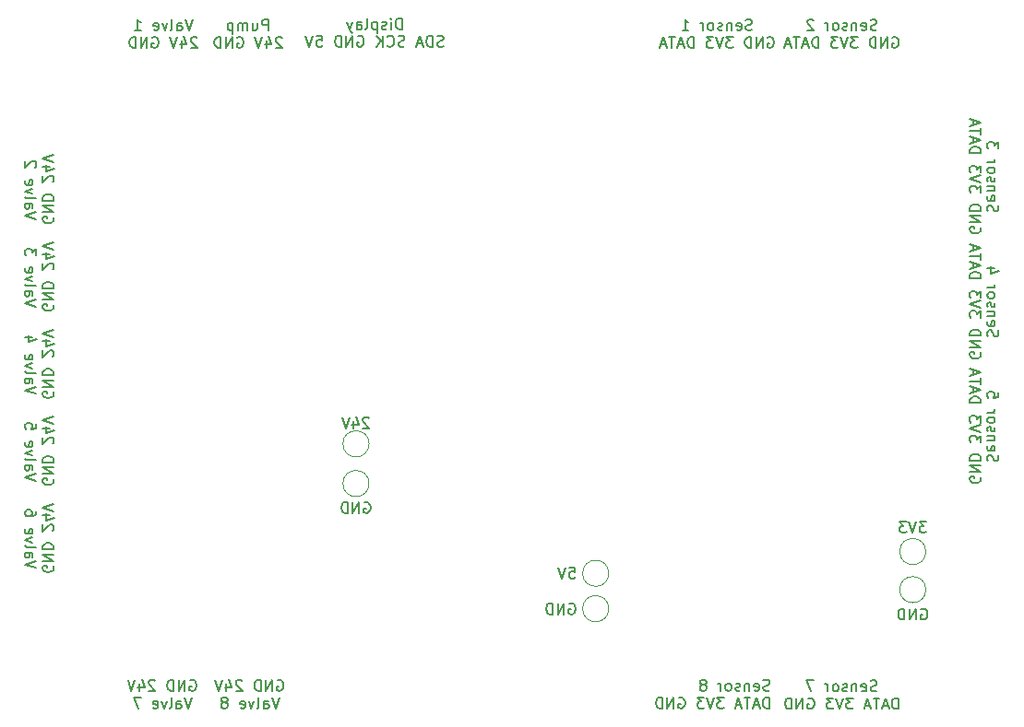
<source format=gbo>
G04 #@! TF.GenerationSoftware,KiCad,Pcbnew,(6.0.2)*
G04 #@! TF.CreationDate,2023-08-04T12:43:31+02:00*
G04 #@! TF.ProjectId,PCB_Layout_MOSFET,5043425f-4c61-4796-9f75-745f4d4f5346,rev?*
G04 #@! TF.SameCoordinates,Original*
G04 #@! TF.FileFunction,Legend,Bot*
G04 #@! TF.FilePolarity,Positive*
%FSLAX46Y46*%
G04 Gerber Fmt 4.6, Leading zero omitted, Abs format (unit mm)*
G04 Created by KiCad (PCBNEW (6.0.2)) date 2023-08-04 12:43:31*
%MOMM*%
%LPD*%
G01*
G04 APERTURE LIST*
%ADD10C,0.150000*%
%ADD11C,0.120000*%
%ADD12R,2.400000X2.400000*%
%ADD13C,2.400000*%
%ADD14C,4.300000*%
%ADD15R,1.560000X1.560000*%
%ADD16C,1.560000*%
%ADD17C,1.700000*%
%ADD18C,1.800000*%
%ADD19C,2.000000*%
G04 APERTURE END LIST*
D10*
X147000238Y-81740476D02*
X146952619Y-81597619D01*
X146952619Y-81359523D01*
X147000238Y-81264285D01*
X147047857Y-81216666D01*
X147143095Y-81169047D01*
X147238333Y-81169047D01*
X147333571Y-81216666D01*
X147381190Y-81264285D01*
X147428809Y-81359523D01*
X147476428Y-81550000D01*
X147524047Y-81645238D01*
X147571666Y-81692857D01*
X147666904Y-81740476D01*
X147762142Y-81740476D01*
X147857380Y-81692857D01*
X147905000Y-81645238D01*
X147952619Y-81550000D01*
X147952619Y-81311904D01*
X147905000Y-81169047D01*
X147000238Y-80359523D02*
X146952619Y-80454761D01*
X146952619Y-80645238D01*
X147000238Y-80740476D01*
X147095476Y-80788095D01*
X147476428Y-80788095D01*
X147571666Y-80740476D01*
X147619285Y-80645238D01*
X147619285Y-80454761D01*
X147571666Y-80359523D01*
X147476428Y-80311904D01*
X147381190Y-80311904D01*
X147285952Y-80788095D01*
X147619285Y-79883333D02*
X146952619Y-79883333D01*
X147524047Y-79883333D02*
X147571666Y-79835714D01*
X147619285Y-79740476D01*
X147619285Y-79597619D01*
X147571666Y-79502380D01*
X147476428Y-79454761D01*
X146952619Y-79454761D01*
X147000238Y-79026190D02*
X146952619Y-78930952D01*
X146952619Y-78740476D01*
X147000238Y-78645238D01*
X147095476Y-78597619D01*
X147143095Y-78597619D01*
X147238333Y-78645238D01*
X147285952Y-78740476D01*
X147285952Y-78883333D01*
X147333571Y-78978571D01*
X147428809Y-79026190D01*
X147476428Y-79026190D01*
X147571666Y-78978571D01*
X147619285Y-78883333D01*
X147619285Y-78740476D01*
X147571666Y-78645238D01*
X146952619Y-78026190D02*
X147000238Y-78121428D01*
X147047857Y-78169047D01*
X147143095Y-78216666D01*
X147428809Y-78216666D01*
X147524047Y-78169047D01*
X147571666Y-78121428D01*
X147619285Y-78026190D01*
X147619285Y-77883333D01*
X147571666Y-77788095D01*
X147524047Y-77740476D01*
X147428809Y-77692857D01*
X147143095Y-77692857D01*
X147047857Y-77740476D01*
X147000238Y-77788095D01*
X146952619Y-77883333D01*
X146952619Y-78026190D01*
X146952619Y-77264285D02*
X147619285Y-77264285D01*
X147428809Y-77264285D02*
X147524047Y-77216666D01*
X147571666Y-77169047D01*
X147619285Y-77073809D01*
X147619285Y-76978571D01*
X147952619Y-75978571D02*
X147952619Y-75359523D01*
X147571666Y-75692857D01*
X147571666Y-75550000D01*
X147524047Y-75454761D01*
X147476428Y-75407142D01*
X147381190Y-75359523D01*
X147143095Y-75359523D01*
X147047857Y-75407142D01*
X147000238Y-75454761D01*
X146952619Y-75550000D01*
X146952619Y-75835714D01*
X147000238Y-75930952D01*
X147047857Y-75978571D01*
X146295000Y-83192857D02*
X146342619Y-83288095D01*
X146342619Y-83430952D01*
X146295000Y-83573809D01*
X146199761Y-83669047D01*
X146104523Y-83716666D01*
X145914047Y-83764285D01*
X145771190Y-83764285D01*
X145580714Y-83716666D01*
X145485476Y-83669047D01*
X145390238Y-83573809D01*
X145342619Y-83430952D01*
X145342619Y-83335714D01*
X145390238Y-83192857D01*
X145437857Y-83145238D01*
X145771190Y-83145238D01*
X145771190Y-83335714D01*
X145342619Y-82716666D02*
X146342619Y-82716666D01*
X145342619Y-82145238D01*
X146342619Y-82145238D01*
X145342619Y-81669047D02*
X146342619Y-81669047D01*
X146342619Y-81430952D01*
X146295000Y-81288095D01*
X146199761Y-81192857D01*
X146104523Y-81145238D01*
X145914047Y-81097619D01*
X145771190Y-81097619D01*
X145580714Y-81145238D01*
X145485476Y-81192857D01*
X145390238Y-81288095D01*
X145342619Y-81430952D01*
X145342619Y-81669047D01*
X146342619Y-80002380D02*
X146342619Y-79383333D01*
X145961666Y-79716666D01*
X145961666Y-79573809D01*
X145914047Y-79478571D01*
X145866428Y-79430952D01*
X145771190Y-79383333D01*
X145533095Y-79383333D01*
X145437857Y-79430952D01*
X145390238Y-79478571D01*
X145342619Y-79573809D01*
X145342619Y-79859523D01*
X145390238Y-79954761D01*
X145437857Y-80002380D01*
X146342619Y-79097619D02*
X145342619Y-78764285D01*
X146342619Y-78430952D01*
X146342619Y-78192857D02*
X146342619Y-77573809D01*
X145961666Y-77907142D01*
X145961666Y-77764285D01*
X145914047Y-77669047D01*
X145866428Y-77621428D01*
X145771190Y-77573809D01*
X145533095Y-77573809D01*
X145437857Y-77621428D01*
X145390238Y-77669047D01*
X145342619Y-77764285D01*
X145342619Y-78050000D01*
X145390238Y-78145238D01*
X145437857Y-78192857D01*
X145342619Y-76383333D02*
X146342619Y-76383333D01*
X146342619Y-76145238D01*
X146295000Y-76002380D01*
X146199761Y-75907142D01*
X146104523Y-75859523D01*
X145914047Y-75811904D01*
X145771190Y-75811904D01*
X145580714Y-75859523D01*
X145485476Y-75907142D01*
X145390238Y-76002380D01*
X145342619Y-76145238D01*
X145342619Y-76383333D01*
X145628333Y-75430952D02*
X145628333Y-74954761D01*
X145342619Y-75526190D02*
X146342619Y-75192857D01*
X145342619Y-74859523D01*
X146342619Y-74669047D02*
X146342619Y-74097619D01*
X145342619Y-74383333D02*
X146342619Y-74383333D01*
X145628333Y-73811904D02*
X145628333Y-73335714D01*
X145342619Y-73907142D02*
X146342619Y-73573809D01*
X145342619Y-73240476D01*
X73773809Y-124845000D02*
X73869047Y-124797380D01*
X74011904Y-124797380D01*
X74154761Y-124845000D01*
X74250000Y-124940238D01*
X74297619Y-125035476D01*
X74345238Y-125225952D01*
X74345238Y-125368809D01*
X74297619Y-125559285D01*
X74250000Y-125654523D01*
X74154761Y-125749761D01*
X74011904Y-125797380D01*
X73916666Y-125797380D01*
X73773809Y-125749761D01*
X73726190Y-125702142D01*
X73726190Y-125368809D01*
X73916666Y-125368809D01*
X73297619Y-125797380D02*
X73297619Y-124797380D01*
X72726190Y-125797380D01*
X72726190Y-124797380D01*
X72250000Y-125797380D02*
X72250000Y-124797380D01*
X72011904Y-124797380D01*
X71869047Y-124845000D01*
X71773809Y-124940238D01*
X71726190Y-125035476D01*
X71678571Y-125225952D01*
X71678571Y-125368809D01*
X71726190Y-125559285D01*
X71773809Y-125654523D01*
X71869047Y-125749761D01*
X72011904Y-125797380D01*
X72250000Y-125797380D01*
X70535714Y-124892619D02*
X70488095Y-124845000D01*
X70392857Y-124797380D01*
X70154761Y-124797380D01*
X70059523Y-124845000D01*
X70011904Y-124892619D01*
X69964285Y-124987857D01*
X69964285Y-125083095D01*
X70011904Y-125225952D01*
X70583333Y-125797380D01*
X69964285Y-125797380D01*
X69107142Y-125130714D02*
X69107142Y-125797380D01*
X69345238Y-124749761D02*
X69583333Y-125464047D01*
X68964285Y-125464047D01*
X68726190Y-124797380D02*
X68392857Y-125797380D01*
X68059523Y-124797380D01*
X73964285Y-126407380D02*
X73630952Y-127407380D01*
X73297619Y-126407380D01*
X72535714Y-127407380D02*
X72535714Y-126883571D01*
X72583333Y-126788333D01*
X72678571Y-126740714D01*
X72869047Y-126740714D01*
X72964285Y-126788333D01*
X72535714Y-127359761D02*
X72630952Y-127407380D01*
X72869047Y-127407380D01*
X72964285Y-127359761D01*
X73011904Y-127264523D01*
X73011904Y-127169285D01*
X72964285Y-127074047D01*
X72869047Y-127026428D01*
X72630952Y-127026428D01*
X72535714Y-126978809D01*
X71916666Y-127407380D02*
X72011904Y-127359761D01*
X72059523Y-127264523D01*
X72059523Y-126407380D01*
X71630952Y-126740714D02*
X71392857Y-127407380D01*
X71154761Y-126740714D01*
X70392857Y-127359761D02*
X70488095Y-127407380D01*
X70678571Y-127407380D01*
X70773809Y-127359761D01*
X70821428Y-127264523D01*
X70821428Y-126883571D01*
X70773809Y-126788333D01*
X70678571Y-126740714D01*
X70488095Y-126740714D01*
X70392857Y-126788333D01*
X70345238Y-126883571D01*
X70345238Y-126978809D01*
X70821428Y-127074047D01*
X69250000Y-126407380D02*
X68583333Y-126407380D01*
X69011904Y-127407380D01*
X90190476Y-100747619D02*
X90142857Y-100700000D01*
X90047619Y-100652380D01*
X89809523Y-100652380D01*
X89714285Y-100700000D01*
X89666666Y-100747619D01*
X89619047Y-100842857D01*
X89619047Y-100938095D01*
X89666666Y-101080952D01*
X90238095Y-101652380D01*
X89619047Y-101652380D01*
X88761904Y-100985714D02*
X88761904Y-101652380D01*
X89000000Y-100604761D02*
X89238095Y-101319047D01*
X88619047Y-101319047D01*
X88380952Y-100652380D02*
X88047619Y-101652380D01*
X87714285Y-100652380D01*
X89761904Y-108500000D02*
X89857142Y-108452380D01*
X90000000Y-108452380D01*
X90142857Y-108500000D01*
X90238095Y-108595238D01*
X90285714Y-108690476D01*
X90333333Y-108880952D01*
X90333333Y-109023809D01*
X90285714Y-109214285D01*
X90238095Y-109309523D01*
X90142857Y-109404761D01*
X90000000Y-109452380D01*
X89904761Y-109452380D01*
X89761904Y-109404761D01*
X89714285Y-109357142D01*
X89714285Y-109023809D01*
X89904761Y-109023809D01*
X89285714Y-109452380D02*
X89285714Y-108452380D01*
X88714285Y-109452380D01*
X88714285Y-108452380D01*
X88238095Y-109452380D02*
X88238095Y-108452380D01*
X88000000Y-108452380D01*
X87857142Y-108500000D01*
X87761904Y-108595238D01*
X87714285Y-108690476D01*
X87666666Y-108880952D01*
X87666666Y-109023809D01*
X87714285Y-109214285D01*
X87761904Y-109309523D01*
X87857142Y-109404761D01*
X88000000Y-109452380D01*
X88238095Y-109452380D01*
X61205000Y-90323809D02*
X61252619Y-90419047D01*
X61252619Y-90561904D01*
X61205000Y-90704761D01*
X61109761Y-90800000D01*
X61014523Y-90847619D01*
X60824047Y-90895238D01*
X60681190Y-90895238D01*
X60490714Y-90847619D01*
X60395476Y-90800000D01*
X60300238Y-90704761D01*
X60252619Y-90561904D01*
X60252619Y-90466666D01*
X60300238Y-90323809D01*
X60347857Y-90276190D01*
X60681190Y-90276190D01*
X60681190Y-90466666D01*
X60252619Y-89847619D02*
X61252619Y-89847619D01*
X60252619Y-89276190D01*
X61252619Y-89276190D01*
X60252619Y-88800000D02*
X61252619Y-88800000D01*
X61252619Y-88561904D01*
X61205000Y-88419047D01*
X61109761Y-88323809D01*
X61014523Y-88276190D01*
X60824047Y-88228571D01*
X60681190Y-88228571D01*
X60490714Y-88276190D01*
X60395476Y-88323809D01*
X60300238Y-88419047D01*
X60252619Y-88561904D01*
X60252619Y-88800000D01*
X61157380Y-87085714D02*
X61205000Y-87038095D01*
X61252619Y-86942857D01*
X61252619Y-86704761D01*
X61205000Y-86609523D01*
X61157380Y-86561904D01*
X61062142Y-86514285D01*
X60966904Y-86514285D01*
X60824047Y-86561904D01*
X60252619Y-87133333D01*
X60252619Y-86514285D01*
X60919285Y-85657142D02*
X60252619Y-85657142D01*
X61300238Y-85895238D02*
X60585952Y-86133333D01*
X60585952Y-85514285D01*
X61252619Y-85276190D02*
X60252619Y-84942857D01*
X61252619Y-84609523D01*
X59642619Y-90514285D02*
X58642619Y-90180952D01*
X59642619Y-89847619D01*
X58642619Y-89085714D02*
X59166428Y-89085714D01*
X59261666Y-89133333D01*
X59309285Y-89228571D01*
X59309285Y-89419047D01*
X59261666Y-89514285D01*
X58690238Y-89085714D02*
X58642619Y-89180952D01*
X58642619Y-89419047D01*
X58690238Y-89514285D01*
X58785476Y-89561904D01*
X58880714Y-89561904D01*
X58975952Y-89514285D01*
X59023571Y-89419047D01*
X59023571Y-89180952D01*
X59071190Y-89085714D01*
X58642619Y-88466666D02*
X58690238Y-88561904D01*
X58785476Y-88609523D01*
X59642619Y-88609523D01*
X59309285Y-88180952D02*
X58642619Y-87942857D01*
X59309285Y-87704761D01*
X58690238Y-86942857D02*
X58642619Y-87038095D01*
X58642619Y-87228571D01*
X58690238Y-87323809D01*
X58785476Y-87371428D01*
X59166428Y-87371428D01*
X59261666Y-87323809D01*
X59309285Y-87228571D01*
X59309285Y-87038095D01*
X59261666Y-86942857D01*
X59166428Y-86895238D01*
X59071190Y-86895238D01*
X58975952Y-87371428D01*
X59642619Y-85800000D02*
X59642619Y-85180952D01*
X59261666Y-85514285D01*
X59261666Y-85371428D01*
X59214047Y-85276190D01*
X59166428Y-85228571D01*
X59071190Y-85180952D01*
X58833095Y-85180952D01*
X58737857Y-85228571D01*
X58690238Y-85276190D01*
X58642619Y-85371428D01*
X58642619Y-85657142D01*
X58690238Y-85752380D01*
X58737857Y-85800000D01*
X93202380Y-64997380D02*
X93202380Y-63997380D01*
X92964285Y-63997380D01*
X92821428Y-64045000D01*
X92726190Y-64140238D01*
X92678571Y-64235476D01*
X92630952Y-64425952D01*
X92630952Y-64568809D01*
X92678571Y-64759285D01*
X92726190Y-64854523D01*
X92821428Y-64949761D01*
X92964285Y-64997380D01*
X93202380Y-64997380D01*
X92202380Y-64997380D02*
X92202380Y-64330714D01*
X92202380Y-63997380D02*
X92250000Y-64045000D01*
X92202380Y-64092619D01*
X92154761Y-64045000D01*
X92202380Y-63997380D01*
X92202380Y-64092619D01*
X91773809Y-64949761D02*
X91678571Y-64997380D01*
X91488095Y-64997380D01*
X91392857Y-64949761D01*
X91345238Y-64854523D01*
X91345238Y-64806904D01*
X91392857Y-64711666D01*
X91488095Y-64664047D01*
X91630952Y-64664047D01*
X91726190Y-64616428D01*
X91773809Y-64521190D01*
X91773809Y-64473571D01*
X91726190Y-64378333D01*
X91630952Y-64330714D01*
X91488095Y-64330714D01*
X91392857Y-64378333D01*
X90916666Y-64330714D02*
X90916666Y-65330714D01*
X90916666Y-64378333D02*
X90821428Y-64330714D01*
X90630952Y-64330714D01*
X90535714Y-64378333D01*
X90488095Y-64425952D01*
X90440476Y-64521190D01*
X90440476Y-64806904D01*
X90488095Y-64902142D01*
X90535714Y-64949761D01*
X90630952Y-64997380D01*
X90821428Y-64997380D01*
X90916666Y-64949761D01*
X89869047Y-64997380D02*
X89964285Y-64949761D01*
X90011904Y-64854523D01*
X90011904Y-63997380D01*
X89059523Y-64997380D02*
X89059523Y-64473571D01*
X89107142Y-64378333D01*
X89202380Y-64330714D01*
X89392857Y-64330714D01*
X89488095Y-64378333D01*
X89059523Y-64949761D02*
X89154761Y-64997380D01*
X89392857Y-64997380D01*
X89488095Y-64949761D01*
X89535714Y-64854523D01*
X89535714Y-64759285D01*
X89488095Y-64664047D01*
X89392857Y-64616428D01*
X89154761Y-64616428D01*
X89059523Y-64568809D01*
X88678571Y-64330714D02*
X88440476Y-64997380D01*
X88202380Y-64330714D02*
X88440476Y-64997380D01*
X88535714Y-65235476D01*
X88583333Y-65283095D01*
X88678571Y-65330714D01*
X97011904Y-66559761D02*
X96869047Y-66607380D01*
X96630952Y-66607380D01*
X96535714Y-66559761D01*
X96488095Y-66512142D01*
X96440476Y-66416904D01*
X96440476Y-66321666D01*
X96488095Y-66226428D01*
X96535714Y-66178809D01*
X96630952Y-66131190D01*
X96821428Y-66083571D01*
X96916666Y-66035952D01*
X96964285Y-65988333D01*
X97011904Y-65893095D01*
X97011904Y-65797857D01*
X96964285Y-65702619D01*
X96916666Y-65655000D01*
X96821428Y-65607380D01*
X96583333Y-65607380D01*
X96440476Y-65655000D01*
X96011904Y-66607380D02*
X96011904Y-65607380D01*
X95773809Y-65607380D01*
X95630952Y-65655000D01*
X95535714Y-65750238D01*
X95488095Y-65845476D01*
X95440476Y-66035952D01*
X95440476Y-66178809D01*
X95488095Y-66369285D01*
X95535714Y-66464523D01*
X95630952Y-66559761D01*
X95773809Y-66607380D01*
X96011904Y-66607380D01*
X95059523Y-66321666D02*
X94583333Y-66321666D01*
X95154761Y-66607380D02*
X94821428Y-65607380D01*
X94488095Y-66607380D01*
X93440476Y-66559761D02*
X93297619Y-66607380D01*
X93059523Y-66607380D01*
X92964285Y-66559761D01*
X92916666Y-66512142D01*
X92869047Y-66416904D01*
X92869047Y-66321666D01*
X92916666Y-66226428D01*
X92964285Y-66178809D01*
X93059523Y-66131190D01*
X93250000Y-66083571D01*
X93345238Y-66035952D01*
X93392857Y-65988333D01*
X93440476Y-65893095D01*
X93440476Y-65797857D01*
X93392857Y-65702619D01*
X93345238Y-65655000D01*
X93250000Y-65607380D01*
X93011904Y-65607380D01*
X92869047Y-65655000D01*
X91869047Y-66512142D02*
X91916666Y-66559761D01*
X92059523Y-66607380D01*
X92154761Y-66607380D01*
X92297619Y-66559761D01*
X92392857Y-66464523D01*
X92440476Y-66369285D01*
X92488095Y-66178809D01*
X92488095Y-66035952D01*
X92440476Y-65845476D01*
X92392857Y-65750238D01*
X92297619Y-65655000D01*
X92154761Y-65607380D01*
X92059523Y-65607380D01*
X91916666Y-65655000D01*
X91869047Y-65702619D01*
X91440476Y-66607380D02*
X91440476Y-65607380D01*
X90869047Y-66607380D02*
X91297619Y-66035952D01*
X90869047Y-65607380D02*
X91440476Y-66178809D01*
X89154761Y-65655000D02*
X89250000Y-65607380D01*
X89392857Y-65607380D01*
X89535714Y-65655000D01*
X89630952Y-65750238D01*
X89678571Y-65845476D01*
X89726190Y-66035952D01*
X89726190Y-66178809D01*
X89678571Y-66369285D01*
X89630952Y-66464523D01*
X89535714Y-66559761D01*
X89392857Y-66607380D01*
X89297619Y-66607380D01*
X89154761Y-66559761D01*
X89107142Y-66512142D01*
X89107142Y-66178809D01*
X89297619Y-66178809D01*
X88678571Y-66607380D02*
X88678571Y-65607380D01*
X88107142Y-66607380D01*
X88107142Y-65607380D01*
X87630952Y-66607380D02*
X87630952Y-65607380D01*
X87392857Y-65607380D01*
X87250000Y-65655000D01*
X87154761Y-65750238D01*
X87107142Y-65845476D01*
X87059523Y-66035952D01*
X87059523Y-66178809D01*
X87107142Y-66369285D01*
X87154761Y-66464523D01*
X87250000Y-66559761D01*
X87392857Y-66607380D01*
X87630952Y-66607380D01*
X85392857Y-65607380D02*
X85869047Y-65607380D01*
X85916666Y-66083571D01*
X85869047Y-66035952D01*
X85773809Y-65988333D01*
X85535714Y-65988333D01*
X85440476Y-66035952D01*
X85392857Y-66083571D01*
X85345238Y-66178809D01*
X85345238Y-66416904D01*
X85392857Y-66512142D01*
X85440476Y-66559761D01*
X85535714Y-66607380D01*
X85773809Y-66607380D01*
X85869047Y-66559761D01*
X85916666Y-66512142D01*
X85059523Y-65607380D02*
X84726190Y-66607380D01*
X84392857Y-65607380D01*
X125340476Y-65049761D02*
X125197619Y-65097380D01*
X124959523Y-65097380D01*
X124864285Y-65049761D01*
X124816666Y-65002142D01*
X124769047Y-64906904D01*
X124769047Y-64811666D01*
X124816666Y-64716428D01*
X124864285Y-64668809D01*
X124959523Y-64621190D01*
X125150000Y-64573571D01*
X125245238Y-64525952D01*
X125292857Y-64478333D01*
X125340476Y-64383095D01*
X125340476Y-64287857D01*
X125292857Y-64192619D01*
X125245238Y-64145000D01*
X125150000Y-64097380D01*
X124911904Y-64097380D01*
X124769047Y-64145000D01*
X123959523Y-65049761D02*
X124054761Y-65097380D01*
X124245238Y-65097380D01*
X124340476Y-65049761D01*
X124388095Y-64954523D01*
X124388095Y-64573571D01*
X124340476Y-64478333D01*
X124245238Y-64430714D01*
X124054761Y-64430714D01*
X123959523Y-64478333D01*
X123911904Y-64573571D01*
X123911904Y-64668809D01*
X124388095Y-64764047D01*
X123483333Y-64430714D02*
X123483333Y-65097380D01*
X123483333Y-64525952D02*
X123435714Y-64478333D01*
X123340476Y-64430714D01*
X123197619Y-64430714D01*
X123102380Y-64478333D01*
X123054761Y-64573571D01*
X123054761Y-65097380D01*
X122626190Y-65049761D02*
X122530952Y-65097380D01*
X122340476Y-65097380D01*
X122245238Y-65049761D01*
X122197619Y-64954523D01*
X122197619Y-64906904D01*
X122245238Y-64811666D01*
X122340476Y-64764047D01*
X122483333Y-64764047D01*
X122578571Y-64716428D01*
X122626190Y-64621190D01*
X122626190Y-64573571D01*
X122578571Y-64478333D01*
X122483333Y-64430714D01*
X122340476Y-64430714D01*
X122245238Y-64478333D01*
X121626190Y-65097380D02*
X121721428Y-65049761D01*
X121769047Y-65002142D01*
X121816666Y-64906904D01*
X121816666Y-64621190D01*
X121769047Y-64525952D01*
X121721428Y-64478333D01*
X121626190Y-64430714D01*
X121483333Y-64430714D01*
X121388095Y-64478333D01*
X121340476Y-64525952D01*
X121292857Y-64621190D01*
X121292857Y-64906904D01*
X121340476Y-65002142D01*
X121388095Y-65049761D01*
X121483333Y-65097380D01*
X121626190Y-65097380D01*
X120864285Y-65097380D02*
X120864285Y-64430714D01*
X120864285Y-64621190D02*
X120816666Y-64525952D01*
X120769047Y-64478333D01*
X120673809Y-64430714D01*
X120578571Y-64430714D01*
X118959523Y-65097380D02*
X119530952Y-65097380D01*
X119245238Y-65097380D02*
X119245238Y-64097380D01*
X119340476Y-64240238D01*
X119435714Y-64335476D01*
X119530952Y-64383095D01*
X126792857Y-65755000D02*
X126888095Y-65707380D01*
X127030952Y-65707380D01*
X127173809Y-65755000D01*
X127269047Y-65850238D01*
X127316666Y-65945476D01*
X127364285Y-66135952D01*
X127364285Y-66278809D01*
X127316666Y-66469285D01*
X127269047Y-66564523D01*
X127173809Y-66659761D01*
X127030952Y-66707380D01*
X126935714Y-66707380D01*
X126792857Y-66659761D01*
X126745238Y-66612142D01*
X126745238Y-66278809D01*
X126935714Y-66278809D01*
X126316666Y-66707380D02*
X126316666Y-65707380D01*
X125745238Y-66707380D01*
X125745238Y-65707380D01*
X125269047Y-66707380D02*
X125269047Y-65707380D01*
X125030952Y-65707380D01*
X124888095Y-65755000D01*
X124792857Y-65850238D01*
X124745238Y-65945476D01*
X124697619Y-66135952D01*
X124697619Y-66278809D01*
X124745238Y-66469285D01*
X124792857Y-66564523D01*
X124888095Y-66659761D01*
X125030952Y-66707380D01*
X125269047Y-66707380D01*
X123602380Y-65707380D02*
X122983333Y-65707380D01*
X123316666Y-66088333D01*
X123173809Y-66088333D01*
X123078571Y-66135952D01*
X123030952Y-66183571D01*
X122983333Y-66278809D01*
X122983333Y-66516904D01*
X123030952Y-66612142D01*
X123078571Y-66659761D01*
X123173809Y-66707380D01*
X123459523Y-66707380D01*
X123554761Y-66659761D01*
X123602380Y-66612142D01*
X122697619Y-65707380D02*
X122364285Y-66707380D01*
X122030952Y-65707380D01*
X121792857Y-65707380D02*
X121173809Y-65707380D01*
X121507142Y-66088333D01*
X121364285Y-66088333D01*
X121269047Y-66135952D01*
X121221428Y-66183571D01*
X121173809Y-66278809D01*
X121173809Y-66516904D01*
X121221428Y-66612142D01*
X121269047Y-66659761D01*
X121364285Y-66707380D01*
X121650000Y-66707380D01*
X121745238Y-66659761D01*
X121792857Y-66612142D01*
X119983333Y-66707380D02*
X119983333Y-65707380D01*
X119745238Y-65707380D01*
X119602380Y-65755000D01*
X119507142Y-65850238D01*
X119459523Y-65945476D01*
X119411904Y-66135952D01*
X119411904Y-66278809D01*
X119459523Y-66469285D01*
X119507142Y-66564523D01*
X119602380Y-66659761D01*
X119745238Y-66707380D01*
X119983333Y-66707380D01*
X119030952Y-66421666D02*
X118554761Y-66421666D01*
X119126190Y-66707380D02*
X118792857Y-65707380D01*
X118459523Y-66707380D01*
X118269047Y-65707380D02*
X117697619Y-65707380D01*
X117983333Y-66707380D02*
X117983333Y-65707380D01*
X117411904Y-66421666D02*
X116935714Y-66421666D01*
X117507142Y-66707380D02*
X117173809Y-65707380D01*
X116840476Y-66707380D01*
X80933333Y-65097380D02*
X80933333Y-64097380D01*
X80552380Y-64097380D01*
X80457142Y-64145000D01*
X80409523Y-64192619D01*
X80361904Y-64287857D01*
X80361904Y-64430714D01*
X80409523Y-64525952D01*
X80457142Y-64573571D01*
X80552380Y-64621190D01*
X80933333Y-64621190D01*
X79504761Y-64430714D02*
X79504761Y-65097380D01*
X79933333Y-64430714D02*
X79933333Y-64954523D01*
X79885714Y-65049761D01*
X79790476Y-65097380D01*
X79647619Y-65097380D01*
X79552380Y-65049761D01*
X79504761Y-65002142D01*
X79028571Y-65097380D02*
X79028571Y-64430714D01*
X79028571Y-64525952D02*
X78980952Y-64478333D01*
X78885714Y-64430714D01*
X78742857Y-64430714D01*
X78647619Y-64478333D01*
X78600000Y-64573571D01*
X78600000Y-65097380D01*
X78600000Y-64573571D02*
X78552380Y-64478333D01*
X78457142Y-64430714D01*
X78314285Y-64430714D01*
X78219047Y-64478333D01*
X78171428Y-64573571D01*
X78171428Y-65097380D01*
X77695238Y-64430714D02*
X77695238Y-65430714D01*
X77695238Y-64478333D02*
X77600000Y-64430714D01*
X77409523Y-64430714D01*
X77314285Y-64478333D01*
X77266666Y-64525952D01*
X77219047Y-64621190D01*
X77219047Y-64906904D01*
X77266666Y-65002142D01*
X77314285Y-65049761D01*
X77409523Y-65097380D01*
X77600000Y-65097380D01*
X77695238Y-65049761D01*
X82195238Y-65802619D02*
X82147619Y-65755000D01*
X82052380Y-65707380D01*
X81814285Y-65707380D01*
X81719047Y-65755000D01*
X81671428Y-65802619D01*
X81623809Y-65897857D01*
X81623809Y-65993095D01*
X81671428Y-66135952D01*
X82242857Y-66707380D01*
X81623809Y-66707380D01*
X80766666Y-66040714D02*
X80766666Y-66707380D01*
X81004761Y-65659761D02*
X81242857Y-66374047D01*
X80623809Y-66374047D01*
X80385714Y-65707380D02*
X80052380Y-66707380D01*
X79719047Y-65707380D01*
X78100000Y-65755000D02*
X78195238Y-65707380D01*
X78338095Y-65707380D01*
X78480952Y-65755000D01*
X78576190Y-65850238D01*
X78623809Y-65945476D01*
X78671428Y-66135952D01*
X78671428Y-66278809D01*
X78623809Y-66469285D01*
X78576190Y-66564523D01*
X78480952Y-66659761D01*
X78338095Y-66707380D01*
X78242857Y-66707380D01*
X78100000Y-66659761D01*
X78052380Y-66612142D01*
X78052380Y-66278809D01*
X78242857Y-66278809D01*
X77623809Y-66707380D02*
X77623809Y-65707380D01*
X77052380Y-66707380D01*
X77052380Y-65707380D01*
X76576190Y-66707380D02*
X76576190Y-65707380D01*
X76338095Y-65707380D01*
X76195238Y-65755000D01*
X76100000Y-65850238D01*
X76052380Y-65945476D01*
X76004761Y-66135952D01*
X76004761Y-66278809D01*
X76052380Y-66469285D01*
X76100000Y-66564523D01*
X76195238Y-66659761D01*
X76338095Y-66707380D01*
X76576190Y-66707380D01*
X147000238Y-104690476D02*
X146952619Y-104547619D01*
X146952619Y-104309523D01*
X147000238Y-104214285D01*
X147047857Y-104166666D01*
X147143095Y-104119047D01*
X147238333Y-104119047D01*
X147333571Y-104166666D01*
X147381190Y-104214285D01*
X147428809Y-104309523D01*
X147476428Y-104500000D01*
X147524047Y-104595238D01*
X147571666Y-104642857D01*
X147666904Y-104690476D01*
X147762142Y-104690476D01*
X147857380Y-104642857D01*
X147905000Y-104595238D01*
X147952619Y-104500000D01*
X147952619Y-104261904D01*
X147905000Y-104119047D01*
X147000238Y-103309523D02*
X146952619Y-103404761D01*
X146952619Y-103595238D01*
X147000238Y-103690476D01*
X147095476Y-103738095D01*
X147476428Y-103738095D01*
X147571666Y-103690476D01*
X147619285Y-103595238D01*
X147619285Y-103404761D01*
X147571666Y-103309523D01*
X147476428Y-103261904D01*
X147381190Y-103261904D01*
X147285952Y-103738095D01*
X147619285Y-102833333D02*
X146952619Y-102833333D01*
X147524047Y-102833333D02*
X147571666Y-102785714D01*
X147619285Y-102690476D01*
X147619285Y-102547619D01*
X147571666Y-102452380D01*
X147476428Y-102404761D01*
X146952619Y-102404761D01*
X147000238Y-101976190D02*
X146952619Y-101880952D01*
X146952619Y-101690476D01*
X147000238Y-101595238D01*
X147095476Y-101547619D01*
X147143095Y-101547619D01*
X147238333Y-101595238D01*
X147285952Y-101690476D01*
X147285952Y-101833333D01*
X147333571Y-101928571D01*
X147428809Y-101976190D01*
X147476428Y-101976190D01*
X147571666Y-101928571D01*
X147619285Y-101833333D01*
X147619285Y-101690476D01*
X147571666Y-101595238D01*
X146952619Y-100976190D02*
X147000238Y-101071428D01*
X147047857Y-101119047D01*
X147143095Y-101166666D01*
X147428809Y-101166666D01*
X147524047Y-101119047D01*
X147571666Y-101071428D01*
X147619285Y-100976190D01*
X147619285Y-100833333D01*
X147571666Y-100738095D01*
X147524047Y-100690476D01*
X147428809Y-100642857D01*
X147143095Y-100642857D01*
X147047857Y-100690476D01*
X147000238Y-100738095D01*
X146952619Y-100833333D01*
X146952619Y-100976190D01*
X146952619Y-100214285D02*
X147619285Y-100214285D01*
X147428809Y-100214285D02*
X147524047Y-100166666D01*
X147571666Y-100119047D01*
X147619285Y-100023809D01*
X147619285Y-99928571D01*
X147952619Y-98357142D02*
X147952619Y-98833333D01*
X147476428Y-98880952D01*
X147524047Y-98833333D01*
X147571666Y-98738095D01*
X147571666Y-98500000D01*
X147524047Y-98404761D01*
X147476428Y-98357142D01*
X147381190Y-98309523D01*
X147143095Y-98309523D01*
X147047857Y-98357142D01*
X147000238Y-98404761D01*
X146952619Y-98500000D01*
X146952619Y-98738095D01*
X147000238Y-98833333D01*
X147047857Y-98880952D01*
X146295000Y-106142857D02*
X146342619Y-106238095D01*
X146342619Y-106380952D01*
X146295000Y-106523809D01*
X146199761Y-106619047D01*
X146104523Y-106666666D01*
X145914047Y-106714285D01*
X145771190Y-106714285D01*
X145580714Y-106666666D01*
X145485476Y-106619047D01*
X145390238Y-106523809D01*
X145342619Y-106380952D01*
X145342619Y-106285714D01*
X145390238Y-106142857D01*
X145437857Y-106095238D01*
X145771190Y-106095238D01*
X145771190Y-106285714D01*
X145342619Y-105666666D02*
X146342619Y-105666666D01*
X145342619Y-105095238D01*
X146342619Y-105095238D01*
X145342619Y-104619047D02*
X146342619Y-104619047D01*
X146342619Y-104380952D01*
X146295000Y-104238095D01*
X146199761Y-104142857D01*
X146104523Y-104095238D01*
X145914047Y-104047619D01*
X145771190Y-104047619D01*
X145580714Y-104095238D01*
X145485476Y-104142857D01*
X145390238Y-104238095D01*
X145342619Y-104380952D01*
X145342619Y-104619047D01*
X146342619Y-102952380D02*
X146342619Y-102333333D01*
X145961666Y-102666666D01*
X145961666Y-102523809D01*
X145914047Y-102428571D01*
X145866428Y-102380952D01*
X145771190Y-102333333D01*
X145533095Y-102333333D01*
X145437857Y-102380952D01*
X145390238Y-102428571D01*
X145342619Y-102523809D01*
X145342619Y-102809523D01*
X145390238Y-102904761D01*
X145437857Y-102952380D01*
X146342619Y-102047619D02*
X145342619Y-101714285D01*
X146342619Y-101380952D01*
X146342619Y-101142857D02*
X146342619Y-100523809D01*
X145961666Y-100857142D01*
X145961666Y-100714285D01*
X145914047Y-100619047D01*
X145866428Y-100571428D01*
X145771190Y-100523809D01*
X145533095Y-100523809D01*
X145437857Y-100571428D01*
X145390238Y-100619047D01*
X145342619Y-100714285D01*
X145342619Y-101000000D01*
X145390238Y-101095238D01*
X145437857Y-101142857D01*
X145342619Y-99333333D02*
X146342619Y-99333333D01*
X146342619Y-99095238D01*
X146295000Y-98952380D01*
X146199761Y-98857142D01*
X146104523Y-98809523D01*
X145914047Y-98761904D01*
X145771190Y-98761904D01*
X145580714Y-98809523D01*
X145485476Y-98857142D01*
X145390238Y-98952380D01*
X145342619Y-99095238D01*
X145342619Y-99333333D01*
X145628333Y-98380952D02*
X145628333Y-97904761D01*
X145342619Y-98476190D02*
X146342619Y-98142857D01*
X145342619Y-97809523D01*
X146342619Y-97619047D02*
X146342619Y-97047619D01*
X145342619Y-97333333D02*
X146342619Y-97333333D01*
X145628333Y-96761904D02*
X145628333Y-96285714D01*
X145342619Y-96857142D02*
X146342619Y-96523809D01*
X145342619Y-96190476D01*
X136790476Y-125799761D02*
X136647619Y-125847380D01*
X136409523Y-125847380D01*
X136314285Y-125799761D01*
X136266666Y-125752142D01*
X136219047Y-125656904D01*
X136219047Y-125561666D01*
X136266666Y-125466428D01*
X136314285Y-125418809D01*
X136409523Y-125371190D01*
X136600000Y-125323571D01*
X136695238Y-125275952D01*
X136742857Y-125228333D01*
X136790476Y-125133095D01*
X136790476Y-125037857D01*
X136742857Y-124942619D01*
X136695238Y-124895000D01*
X136600000Y-124847380D01*
X136361904Y-124847380D01*
X136219047Y-124895000D01*
X135409523Y-125799761D02*
X135504761Y-125847380D01*
X135695238Y-125847380D01*
X135790476Y-125799761D01*
X135838095Y-125704523D01*
X135838095Y-125323571D01*
X135790476Y-125228333D01*
X135695238Y-125180714D01*
X135504761Y-125180714D01*
X135409523Y-125228333D01*
X135361904Y-125323571D01*
X135361904Y-125418809D01*
X135838095Y-125514047D01*
X134933333Y-125180714D02*
X134933333Y-125847380D01*
X134933333Y-125275952D02*
X134885714Y-125228333D01*
X134790476Y-125180714D01*
X134647619Y-125180714D01*
X134552380Y-125228333D01*
X134504761Y-125323571D01*
X134504761Y-125847380D01*
X134076190Y-125799761D02*
X133980952Y-125847380D01*
X133790476Y-125847380D01*
X133695238Y-125799761D01*
X133647619Y-125704523D01*
X133647619Y-125656904D01*
X133695238Y-125561666D01*
X133790476Y-125514047D01*
X133933333Y-125514047D01*
X134028571Y-125466428D01*
X134076190Y-125371190D01*
X134076190Y-125323571D01*
X134028571Y-125228333D01*
X133933333Y-125180714D01*
X133790476Y-125180714D01*
X133695238Y-125228333D01*
X133076190Y-125847380D02*
X133171428Y-125799761D01*
X133219047Y-125752142D01*
X133266666Y-125656904D01*
X133266666Y-125371190D01*
X133219047Y-125275952D01*
X133171428Y-125228333D01*
X133076190Y-125180714D01*
X132933333Y-125180714D01*
X132838095Y-125228333D01*
X132790476Y-125275952D01*
X132742857Y-125371190D01*
X132742857Y-125656904D01*
X132790476Y-125752142D01*
X132838095Y-125799761D01*
X132933333Y-125847380D01*
X133076190Y-125847380D01*
X132314285Y-125847380D02*
X132314285Y-125180714D01*
X132314285Y-125371190D02*
X132266666Y-125275952D01*
X132219047Y-125228333D01*
X132123809Y-125180714D01*
X132028571Y-125180714D01*
X131028571Y-124847380D02*
X130361904Y-124847380D01*
X130790476Y-125847380D01*
X138766666Y-127457380D02*
X138766666Y-126457380D01*
X138528571Y-126457380D01*
X138385714Y-126505000D01*
X138290476Y-126600238D01*
X138242857Y-126695476D01*
X138195238Y-126885952D01*
X138195238Y-127028809D01*
X138242857Y-127219285D01*
X138290476Y-127314523D01*
X138385714Y-127409761D01*
X138528571Y-127457380D01*
X138766666Y-127457380D01*
X137814285Y-127171666D02*
X137338095Y-127171666D01*
X137909523Y-127457380D02*
X137576190Y-126457380D01*
X137242857Y-127457380D01*
X137052380Y-126457380D02*
X136480952Y-126457380D01*
X136766666Y-127457380D02*
X136766666Y-126457380D01*
X136195238Y-127171666D02*
X135719047Y-127171666D01*
X136290476Y-127457380D02*
X135957142Y-126457380D01*
X135623809Y-127457380D01*
X134623809Y-126457380D02*
X134004761Y-126457380D01*
X134338095Y-126838333D01*
X134195238Y-126838333D01*
X134100000Y-126885952D01*
X134052380Y-126933571D01*
X134004761Y-127028809D01*
X134004761Y-127266904D01*
X134052380Y-127362142D01*
X134100000Y-127409761D01*
X134195238Y-127457380D01*
X134480952Y-127457380D01*
X134576190Y-127409761D01*
X134623809Y-127362142D01*
X133719047Y-126457380D02*
X133385714Y-127457380D01*
X133052380Y-126457380D01*
X132814285Y-126457380D02*
X132195238Y-126457380D01*
X132528571Y-126838333D01*
X132385714Y-126838333D01*
X132290476Y-126885952D01*
X132242857Y-126933571D01*
X132195238Y-127028809D01*
X132195238Y-127266904D01*
X132242857Y-127362142D01*
X132290476Y-127409761D01*
X132385714Y-127457380D01*
X132671428Y-127457380D01*
X132766666Y-127409761D01*
X132814285Y-127362142D01*
X130480952Y-126505000D02*
X130576190Y-126457380D01*
X130719047Y-126457380D01*
X130861904Y-126505000D01*
X130957142Y-126600238D01*
X131004761Y-126695476D01*
X131052380Y-126885952D01*
X131052380Y-127028809D01*
X131004761Y-127219285D01*
X130957142Y-127314523D01*
X130861904Y-127409761D01*
X130719047Y-127457380D01*
X130623809Y-127457380D01*
X130480952Y-127409761D01*
X130433333Y-127362142D01*
X130433333Y-127028809D01*
X130623809Y-127028809D01*
X130004761Y-127457380D02*
X130004761Y-126457380D01*
X129433333Y-127457380D01*
X129433333Y-126457380D01*
X128957142Y-127457380D02*
X128957142Y-126457380D01*
X128719047Y-126457380D01*
X128576190Y-126505000D01*
X128480952Y-126600238D01*
X128433333Y-126695476D01*
X128385714Y-126885952D01*
X128385714Y-127028809D01*
X128433333Y-127219285D01*
X128480952Y-127314523D01*
X128576190Y-127409761D01*
X128719047Y-127457380D01*
X128957142Y-127457380D01*
X147000238Y-93240476D02*
X146952619Y-93097619D01*
X146952619Y-92859523D01*
X147000238Y-92764285D01*
X147047857Y-92716666D01*
X147143095Y-92669047D01*
X147238333Y-92669047D01*
X147333571Y-92716666D01*
X147381190Y-92764285D01*
X147428809Y-92859523D01*
X147476428Y-93050000D01*
X147524047Y-93145238D01*
X147571666Y-93192857D01*
X147666904Y-93240476D01*
X147762142Y-93240476D01*
X147857380Y-93192857D01*
X147905000Y-93145238D01*
X147952619Y-93050000D01*
X147952619Y-92811904D01*
X147905000Y-92669047D01*
X147000238Y-91859523D02*
X146952619Y-91954761D01*
X146952619Y-92145238D01*
X147000238Y-92240476D01*
X147095476Y-92288095D01*
X147476428Y-92288095D01*
X147571666Y-92240476D01*
X147619285Y-92145238D01*
X147619285Y-91954761D01*
X147571666Y-91859523D01*
X147476428Y-91811904D01*
X147381190Y-91811904D01*
X147285952Y-92288095D01*
X147619285Y-91383333D02*
X146952619Y-91383333D01*
X147524047Y-91383333D02*
X147571666Y-91335714D01*
X147619285Y-91240476D01*
X147619285Y-91097619D01*
X147571666Y-91002380D01*
X147476428Y-90954761D01*
X146952619Y-90954761D01*
X147000238Y-90526190D02*
X146952619Y-90430952D01*
X146952619Y-90240476D01*
X147000238Y-90145238D01*
X147095476Y-90097619D01*
X147143095Y-90097619D01*
X147238333Y-90145238D01*
X147285952Y-90240476D01*
X147285952Y-90383333D01*
X147333571Y-90478571D01*
X147428809Y-90526190D01*
X147476428Y-90526190D01*
X147571666Y-90478571D01*
X147619285Y-90383333D01*
X147619285Y-90240476D01*
X147571666Y-90145238D01*
X146952619Y-89526190D02*
X147000238Y-89621428D01*
X147047857Y-89669047D01*
X147143095Y-89716666D01*
X147428809Y-89716666D01*
X147524047Y-89669047D01*
X147571666Y-89621428D01*
X147619285Y-89526190D01*
X147619285Y-89383333D01*
X147571666Y-89288095D01*
X147524047Y-89240476D01*
X147428809Y-89192857D01*
X147143095Y-89192857D01*
X147047857Y-89240476D01*
X147000238Y-89288095D01*
X146952619Y-89383333D01*
X146952619Y-89526190D01*
X146952619Y-88764285D02*
X147619285Y-88764285D01*
X147428809Y-88764285D02*
X147524047Y-88716666D01*
X147571666Y-88669047D01*
X147619285Y-88573809D01*
X147619285Y-88478571D01*
X147619285Y-86954761D02*
X146952619Y-86954761D01*
X148000238Y-87192857D02*
X147285952Y-87430952D01*
X147285952Y-86811904D01*
X146295000Y-94692857D02*
X146342619Y-94788095D01*
X146342619Y-94930952D01*
X146295000Y-95073809D01*
X146199761Y-95169047D01*
X146104523Y-95216666D01*
X145914047Y-95264285D01*
X145771190Y-95264285D01*
X145580714Y-95216666D01*
X145485476Y-95169047D01*
X145390238Y-95073809D01*
X145342619Y-94930952D01*
X145342619Y-94835714D01*
X145390238Y-94692857D01*
X145437857Y-94645238D01*
X145771190Y-94645238D01*
X145771190Y-94835714D01*
X145342619Y-94216666D02*
X146342619Y-94216666D01*
X145342619Y-93645238D01*
X146342619Y-93645238D01*
X145342619Y-93169047D02*
X146342619Y-93169047D01*
X146342619Y-92930952D01*
X146295000Y-92788095D01*
X146199761Y-92692857D01*
X146104523Y-92645238D01*
X145914047Y-92597619D01*
X145771190Y-92597619D01*
X145580714Y-92645238D01*
X145485476Y-92692857D01*
X145390238Y-92788095D01*
X145342619Y-92930952D01*
X145342619Y-93169047D01*
X146342619Y-91502380D02*
X146342619Y-90883333D01*
X145961666Y-91216666D01*
X145961666Y-91073809D01*
X145914047Y-90978571D01*
X145866428Y-90930952D01*
X145771190Y-90883333D01*
X145533095Y-90883333D01*
X145437857Y-90930952D01*
X145390238Y-90978571D01*
X145342619Y-91073809D01*
X145342619Y-91359523D01*
X145390238Y-91454761D01*
X145437857Y-91502380D01*
X146342619Y-90597619D02*
X145342619Y-90264285D01*
X146342619Y-89930952D01*
X146342619Y-89692857D02*
X146342619Y-89073809D01*
X145961666Y-89407142D01*
X145961666Y-89264285D01*
X145914047Y-89169047D01*
X145866428Y-89121428D01*
X145771190Y-89073809D01*
X145533095Y-89073809D01*
X145437857Y-89121428D01*
X145390238Y-89169047D01*
X145342619Y-89264285D01*
X145342619Y-89550000D01*
X145390238Y-89645238D01*
X145437857Y-89692857D01*
X145342619Y-87883333D02*
X146342619Y-87883333D01*
X146342619Y-87645238D01*
X146295000Y-87502380D01*
X146199761Y-87407142D01*
X146104523Y-87359523D01*
X145914047Y-87311904D01*
X145771190Y-87311904D01*
X145580714Y-87359523D01*
X145485476Y-87407142D01*
X145390238Y-87502380D01*
X145342619Y-87645238D01*
X145342619Y-87883333D01*
X145628333Y-86930952D02*
X145628333Y-86454761D01*
X145342619Y-87026190D02*
X146342619Y-86692857D01*
X145342619Y-86359523D01*
X146342619Y-86169047D02*
X146342619Y-85597619D01*
X145342619Y-85883333D02*
X146342619Y-85883333D01*
X145628333Y-85311904D02*
X145628333Y-84835714D01*
X145342619Y-85407142D02*
X146342619Y-85073809D01*
X145342619Y-84740476D01*
X126962023Y-125749761D02*
X126819166Y-125797380D01*
X126581071Y-125797380D01*
X126485833Y-125749761D01*
X126438214Y-125702142D01*
X126390595Y-125606904D01*
X126390595Y-125511666D01*
X126438214Y-125416428D01*
X126485833Y-125368809D01*
X126581071Y-125321190D01*
X126771547Y-125273571D01*
X126866785Y-125225952D01*
X126914404Y-125178333D01*
X126962023Y-125083095D01*
X126962023Y-124987857D01*
X126914404Y-124892619D01*
X126866785Y-124845000D01*
X126771547Y-124797380D01*
X126533452Y-124797380D01*
X126390595Y-124845000D01*
X125581071Y-125749761D02*
X125676309Y-125797380D01*
X125866785Y-125797380D01*
X125962023Y-125749761D01*
X126009642Y-125654523D01*
X126009642Y-125273571D01*
X125962023Y-125178333D01*
X125866785Y-125130714D01*
X125676309Y-125130714D01*
X125581071Y-125178333D01*
X125533452Y-125273571D01*
X125533452Y-125368809D01*
X126009642Y-125464047D01*
X125104880Y-125130714D02*
X125104880Y-125797380D01*
X125104880Y-125225952D02*
X125057261Y-125178333D01*
X124962023Y-125130714D01*
X124819166Y-125130714D01*
X124723928Y-125178333D01*
X124676309Y-125273571D01*
X124676309Y-125797380D01*
X124247738Y-125749761D02*
X124152500Y-125797380D01*
X123962023Y-125797380D01*
X123866785Y-125749761D01*
X123819166Y-125654523D01*
X123819166Y-125606904D01*
X123866785Y-125511666D01*
X123962023Y-125464047D01*
X124104880Y-125464047D01*
X124200119Y-125416428D01*
X124247738Y-125321190D01*
X124247738Y-125273571D01*
X124200119Y-125178333D01*
X124104880Y-125130714D01*
X123962023Y-125130714D01*
X123866785Y-125178333D01*
X123247738Y-125797380D02*
X123342976Y-125749761D01*
X123390595Y-125702142D01*
X123438214Y-125606904D01*
X123438214Y-125321190D01*
X123390595Y-125225952D01*
X123342976Y-125178333D01*
X123247738Y-125130714D01*
X123104880Y-125130714D01*
X123009642Y-125178333D01*
X122962023Y-125225952D01*
X122914404Y-125321190D01*
X122914404Y-125606904D01*
X122962023Y-125702142D01*
X123009642Y-125749761D01*
X123104880Y-125797380D01*
X123247738Y-125797380D01*
X122485833Y-125797380D02*
X122485833Y-125130714D01*
X122485833Y-125321190D02*
X122438214Y-125225952D01*
X122390595Y-125178333D01*
X122295357Y-125130714D01*
X122200119Y-125130714D01*
X120962023Y-125225952D02*
X121057261Y-125178333D01*
X121104880Y-125130714D01*
X121152500Y-125035476D01*
X121152500Y-124987857D01*
X121104880Y-124892619D01*
X121057261Y-124845000D01*
X120962023Y-124797380D01*
X120771547Y-124797380D01*
X120676309Y-124845000D01*
X120628690Y-124892619D01*
X120581071Y-124987857D01*
X120581071Y-125035476D01*
X120628690Y-125130714D01*
X120676309Y-125178333D01*
X120771547Y-125225952D01*
X120962023Y-125225952D01*
X121057261Y-125273571D01*
X121104880Y-125321190D01*
X121152500Y-125416428D01*
X121152500Y-125606904D01*
X121104880Y-125702142D01*
X121057261Y-125749761D01*
X120962023Y-125797380D01*
X120771547Y-125797380D01*
X120676309Y-125749761D01*
X120628690Y-125702142D01*
X120581071Y-125606904D01*
X120581071Y-125416428D01*
X120628690Y-125321190D01*
X120676309Y-125273571D01*
X120771547Y-125225952D01*
X126914404Y-127407380D02*
X126914404Y-126407380D01*
X126676309Y-126407380D01*
X126533452Y-126455000D01*
X126438214Y-126550238D01*
X126390595Y-126645476D01*
X126342976Y-126835952D01*
X126342976Y-126978809D01*
X126390595Y-127169285D01*
X126438214Y-127264523D01*
X126533452Y-127359761D01*
X126676309Y-127407380D01*
X126914404Y-127407380D01*
X125962023Y-127121666D02*
X125485833Y-127121666D01*
X126057261Y-127407380D02*
X125723928Y-126407380D01*
X125390595Y-127407380D01*
X125200119Y-126407380D02*
X124628690Y-126407380D01*
X124914404Y-127407380D02*
X124914404Y-126407380D01*
X124342976Y-127121666D02*
X123866785Y-127121666D01*
X124438214Y-127407380D02*
X124104880Y-126407380D01*
X123771547Y-127407380D01*
X122771547Y-126407380D02*
X122152500Y-126407380D01*
X122485833Y-126788333D01*
X122342976Y-126788333D01*
X122247738Y-126835952D01*
X122200119Y-126883571D01*
X122152500Y-126978809D01*
X122152500Y-127216904D01*
X122200119Y-127312142D01*
X122247738Y-127359761D01*
X122342976Y-127407380D01*
X122628690Y-127407380D01*
X122723928Y-127359761D01*
X122771547Y-127312142D01*
X121866785Y-126407380D02*
X121533452Y-127407380D01*
X121200119Y-126407380D01*
X120962023Y-126407380D02*
X120342976Y-126407380D01*
X120676309Y-126788333D01*
X120533452Y-126788333D01*
X120438214Y-126835952D01*
X120390595Y-126883571D01*
X120342976Y-126978809D01*
X120342976Y-127216904D01*
X120390595Y-127312142D01*
X120438214Y-127359761D01*
X120533452Y-127407380D01*
X120819166Y-127407380D01*
X120914404Y-127359761D01*
X120962023Y-127312142D01*
X118628690Y-126455000D02*
X118723928Y-126407380D01*
X118866785Y-126407380D01*
X119009642Y-126455000D01*
X119104880Y-126550238D01*
X119152500Y-126645476D01*
X119200119Y-126835952D01*
X119200119Y-126978809D01*
X119152500Y-127169285D01*
X119104880Y-127264523D01*
X119009642Y-127359761D01*
X118866785Y-127407380D01*
X118771547Y-127407380D01*
X118628690Y-127359761D01*
X118581071Y-127312142D01*
X118581071Y-126978809D01*
X118771547Y-126978809D01*
X118152500Y-127407380D02*
X118152500Y-126407380D01*
X117581071Y-127407380D01*
X117581071Y-126407380D01*
X117104880Y-127407380D02*
X117104880Y-126407380D01*
X116866785Y-126407380D01*
X116723928Y-126455000D01*
X116628690Y-126550238D01*
X116581071Y-126645476D01*
X116533452Y-126835952D01*
X116533452Y-126978809D01*
X116581071Y-127169285D01*
X116628690Y-127264523D01*
X116723928Y-127359761D01*
X116866785Y-127407380D01*
X117104880Y-127407380D01*
X136790476Y-65049761D02*
X136647619Y-65097380D01*
X136409523Y-65097380D01*
X136314285Y-65049761D01*
X136266666Y-65002142D01*
X136219047Y-64906904D01*
X136219047Y-64811666D01*
X136266666Y-64716428D01*
X136314285Y-64668809D01*
X136409523Y-64621190D01*
X136600000Y-64573571D01*
X136695238Y-64525952D01*
X136742857Y-64478333D01*
X136790476Y-64383095D01*
X136790476Y-64287857D01*
X136742857Y-64192619D01*
X136695238Y-64145000D01*
X136600000Y-64097380D01*
X136361904Y-64097380D01*
X136219047Y-64145000D01*
X135409523Y-65049761D02*
X135504761Y-65097380D01*
X135695238Y-65097380D01*
X135790476Y-65049761D01*
X135838095Y-64954523D01*
X135838095Y-64573571D01*
X135790476Y-64478333D01*
X135695238Y-64430714D01*
X135504761Y-64430714D01*
X135409523Y-64478333D01*
X135361904Y-64573571D01*
X135361904Y-64668809D01*
X135838095Y-64764047D01*
X134933333Y-64430714D02*
X134933333Y-65097380D01*
X134933333Y-64525952D02*
X134885714Y-64478333D01*
X134790476Y-64430714D01*
X134647619Y-64430714D01*
X134552380Y-64478333D01*
X134504761Y-64573571D01*
X134504761Y-65097380D01*
X134076190Y-65049761D02*
X133980952Y-65097380D01*
X133790476Y-65097380D01*
X133695238Y-65049761D01*
X133647619Y-64954523D01*
X133647619Y-64906904D01*
X133695238Y-64811666D01*
X133790476Y-64764047D01*
X133933333Y-64764047D01*
X134028571Y-64716428D01*
X134076190Y-64621190D01*
X134076190Y-64573571D01*
X134028571Y-64478333D01*
X133933333Y-64430714D01*
X133790476Y-64430714D01*
X133695238Y-64478333D01*
X133076190Y-65097380D02*
X133171428Y-65049761D01*
X133219047Y-65002142D01*
X133266666Y-64906904D01*
X133266666Y-64621190D01*
X133219047Y-64525952D01*
X133171428Y-64478333D01*
X133076190Y-64430714D01*
X132933333Y-64430714D01*
X132838095Y-64478333D01*
X132790476Y-64525952D01*
X132742857Y-64621190D01*
X132742857Y-64906904D01*
X132790476Y-65002142D01*
X132838095Y-65049761D01*
X132933333Y-65097380D01*
X133076190Y-65097380D01*
X132314285Y-65097380D02*
X132314285Y-64430714D01*
X132314285Y-64621190D02*
X132266666Y-64525952D01*
X132219047Y-64478333D01*
X132123809Y-64430714D01*
X132028571Y-64430714D01*
X130980952Y-64192619D02*
X130933333Y-64145000D01*
X130838095Y-64097380D01*
X130600000Y-64097380D01*
X130504761Y-64145000D01*
X130457142Y-64192619D01*
X130409523Y-64287857D01*
X130409523Y-64383095D01*
X130457142Y-64525952D01*
X131028571Y-65097380D01*
X130409523Y-65097380D01*
X138242857Y-65755000D02*
X138338095Y-65707380D01*
X138480952Y-65707380D01*
X138623809Y-65755000D01*
X138719047Y-65850238D01*
X138766666Y-65945476D01*
X138814285Y-66135952D01*
X138814285Y-66278809D01*
X138766666Y-66469285D01*
X138719047Y-66564523D01*
X138623809Y-66659761D01*
X138480952Y-66707380D01*
X138385714Y-66707380D01*
X138242857Y-66659761D01*
X138195238Y-66612142D01*
X138195238Y-66278809D01*
X138385714Y-66278809D01*
X137766666Y-66707380D02*
X137766666Y-65707380D01*
X137195238Y-66707380D01*
X137195238Y-65707380D01*
X136719047Y-66707380D02*
X136719047Y-65707380D01*
X136480952Y-65707380D01*
X136338095Y-65755000D01*
X136242857Y-65850238D01*
X136195238Y-65945476D01*
X136147619Y-66135952D01*
X136147619Y-66278809D01*
X136195238Y-66469285D01*
X136242857Y-66564523D01*
X136338095Y-66659761D01*
X136480952Y-66707380D01*
X136719047Y-66707380D01*
X135052380Y-65707380D02*
X134433333Y-65707380D01*
X134766666Y-66088333D01*
X134623809Y-66088333D01*
X134528571Y-66135952D01*
X134480952Y-66183571D01*
X134433333Y-66278809D01*
X134433333Y-66516904D01*
X134480952Y-66612142D01*
X134528571Y-66659761D01*
X134623809Y-66707380D01*
X134909523Y-66707380D01*
X135004761Y-66659761D01*
X135052380Y-66612142D01*
X134147619Y-65707380D02*
X133814285Y-66707380D01*
X133480952Y-65707380D01*
X133242857Y-65707380D02*
X132623809Y-65707380D01*
X132957142Y-66088333D01*
X132814285Y-66088333D01*
X132719047Y-66135952D01*
X132671428Y-66183571D01*
X132623809Y-66278809D01*
X132623809Y-66516904D01*
X132671428Y-66612142D01*
X132719047Y-66659761D01*
X132814285Y-66707380D01*
X133100000Y-66707380D01*
X133195238Y-66659761D01*
X133242857Y-66612142D01*
X131433333Y-66707380D02*
X131433333Y-65707380D01*
X131195238Y-65707380D01*
X131052380Y-65755000D01*
X130957142Y-65850238D01*
X130909523Y-65945476D01*
X130861904Y-66135952D01*
X130861904Y-66278809D01*
X130909523Y-66469285D01*
X130957142Y-66564523D01*
X131052380Y-66659761D01*
X131195238Y-66707380D01*
X131433333Y-66707380D01*
X130480952Y-66421666D02*
X130004761Y-66421666D01*
X130576190Y-66707380D02*
X130242857Y-65707380D01*
X129909523Y-66707380D01*
X129719047Y-65707380D02*
X129147619Y-65707380D01*
X129433333Y-66707380D02*
X129433333Y-65707380D01*
X128861904Y-66421666D02*
X128385714Y-66421666D01*
X128957142Y-66707380D02*
X128623809Y-65707380D01*
X128290476Y-66707380D01*
X108590476Y-114452380D02*
X109066666Y-114452380D01*
X109114285Y-114928571D01*
X109066666Y-114880952D01*
X108971428Y-114833333D01*
X108733333Y-114833333D01*
X108638095Y-114880952D01*
X108590476Y-114928571D01*
X108542857Y-115023809D01*
X108542857Y-115261904D01*
X108590476Y-115357142D01*
X108638095Y-115404761D01*
X108733333Y-115452380D01*
X108971428Y-115452380D01*
X109066666Y-115404761D01*
X109114285Y-115357142D01*
X108257142Y-114452380D02*
X107923809Y-115452380D01*
X107590476Y-114452380D01*
X140861904Y-118300000D02*
X140957142Y-118252380D01*
X141100000Y-118252380D01*
X141242857Y-118300000D01*
X141338095Y-118395238D01*
X141385714Y-118490476D01*
X141433333Y-118680952D01*
X141433333Y-118823809D01*
X141385714Y-119014285D01*
X141338095Y-119109523D01*
X141242857Y-119204761D01*
X141100000Y-119252380D01*
X141004761Y-119252380D01*
X140861904Y-119204761D01*
X140814285Y-119157142D01*
X140814285Y-118823809D01*
X141004761Y-118823809D01*
X140385714Y-119252380D02*
X140385714Y-118252380D01*
X139814285Y-119252380D01*
X139814285Y-118252380D01*
X139338095Y-119252380D02*
X139338095Y-118252380D01*
X139100000Y-118252380D01*
X138957142Y-118300000D01*
X138861904Y-118395238D01*
X138814285Y-118490476D01*
X138766666Y-118680952D01*
X138766666Y-118823809D01*
X138814285Y-119014285D01*
X138861904Y-119109523D01*
X138957142Y-119204761D01*
X139100000Y-119252380D01*
X139338095Y-119252380D01*
X61205000Y-106323809D02*
X61252619Y-106419047D01*
X61252619Y-106561904D01*
X61205000Y-106704761D01*
X61109761Y-106800000D01*
X61014523Y-106847619D01*
X60824047Y-106895238D01*
X60681190Y-106895238D01*
X60490714Y-106847619D01*
X60395476Y-106800000D01*
X60300238Y-106704761D01*
X60252619Y-106561904D01*
X60252619Y-106466666D01*
X60300238Y-106323809D01*
X60347857Y-106276190D01*
X60681190Y-106276190D01*
X60681190Y-106466666D01*
X60252619Y-105847619D02*
X61252619Y-105847619D01*
X60252619Y-105276190D01*
X61252619Y-105276190D01*
X60252619Y-104800000D02*
X61252619Y-104800000D01*
X61252619Y-104561904D01*
X61205000Y-104419047D01*
X61109761Y-104323809D01*
X61014523Y-104276190D01*
X60824047Y-104228571D01*
X60681190Y-104228571D01*
X60490714Y-104276190D01*
X60395476Y-104323809D01*
X60300238Y-104419047D01*
X60252619Y-104561904D01*
X60252619Y-104800000D01*
X61157380Y-103085714D02*
X61205000Y-103038095D01*
X61252619Y-102942857D01*
X61252619Y-102704761D01*
X61205000Y-102609523D01*
X61157380Y-102561904D01*
X61062142Y-102514285D01*
X60966904Y-102514285D01*
X60824047Y-102561904D01*
X60252619Y-103133333D01*
X60252619Y-102514285D01*
X60919285Y-101657142D02*
X60252619Y-101657142D01*
X61300238Y-101895238D02*
X60585952Y-102133333D01*
X60585952Y-101514285D01*
X61252619Y-101276190D02*
X60252619Y-100942857D01*
X61252619Y-100609523D01*
X59642619Y-106514285D02*
X58642619Y-106180952D01*
X59642619Y-105847619D01*
X58642619Y-105085714D02*
X59166428Y-105085714D01*
X59261666Y-105133333D01*
X59309285Y-105228571D01*
X59309285Y-105419047D01*
X59261666Y-105514285D01*
X58690238Y-105085714D02*
X58642619Y-105180952D01*
X58642619Y-105419047D01*
X58690238Y-105514285D01*
X58785476Y-105561904D01*
X58880714Y-105561904D01*
X58975952Y-105514285D01*
X59023571Y-105419047D01*
X59023571Y-105180952D01*
X59071190Y-105085714D01*
X58642619Y-104466666D02*
X58690238Y-104561904D01*
X58785476Y-104609523D01*
X59642619Y-104609523D01*
X59309285Y-104180952D02*
X58642619Y-103942857D01*
X59309285Y-103704761D01*
X58690238Y-102942857D02*
X58642619Y-103038095D01*
X58642619Y-103228571D01*
X58690238Y-103323809D01*
X58785476Y-103371428D01*
X59166428Y-103371428D01*
X59261666Y-103323809D01*
X59309285Y-103228571D01*
X59309285Y-103038095D01*
X59261666Y-102942857D01*
X59166428Y-102895238D01*
X59071190Y-102895238D01*
X58975952Y-103371428D01*
X59642619Y-101228571D02*
X59642619Y-101704761D01*
X59166428Y-101752380D01*
X59214047Y-101704761D01*
X59261666Y-101609523D01*
X59261666Y-101371428D01*
X59214047Y-101276190D01*
X59166428Y-101228571D01*
X59071190Y-101180952D01*
X58833095Y-101180952D01*
X58737857Y-101228571D01*
X58690238Y-101276190D01*
X58642619Y-101371428D01*
X58642619Y-101609523D01*
X58690238Y-101704761D01*
X58737857Y-101752380D01*
X61205000Y-82273809D02*
X61252619Y-82369047D01*
X61252619Y-82511904D01*
X61205000Y-82654761D01*
X61109761Y-82750000D01*
X61014523Y-82797619D01*
X60824047Y-82845238D01*
X60681190Y-82845238D01*
X60490714Y-82797619D01*
X60395476Y-82750000D01*
X60300238Y-82654761D01*
X60252619Y-82511904D01*
X60252619Y-82416666D01*
X60300238Y-82273809D01*
X60347857Y-82226190D01*
X60681190Y-82226190D01*
X60681190Y-82416666D01*
X60252619Y-81797619D02*
X61252619Y-81797619D01*
X60252619Y-81226190D01*
X61252619Y-81226190D01*
X60252619Y-80750000D02*
X61252619Y-80750000D01*
X61252619Y-80511904D01*
X61205000Y-80369047D01*
X61109761Y-80273809D01*
X61014523Y-80226190D01*
X60824047Y-80178571D01*
X60681190Y-80178571D01*
X60490714Y-80226190D01*
X60395476Y-80273809D01*
X60300238Y-80369047D01*
X60252619Y-80511904D01*
X60252619Y-80750000D01*
X61157380Y-79035714D02*
X61205000Y-78988095D01*
X61252619Y-78892857D01*
X61252619Y-78654761D01*
X61205000Y-78559523D01*
X61157380Y-78511904D01*
X61062142Y-78464285D01*
X60966904Y-78464285D01*
X60824047Y-78511904D01*
X60252619Y-79083333D01*
X60252619Y-78464285D01*
X60919285Y-77607142D02*
X60252619Y-77607142D01*
X61300238Y-77845238D02*
X60585952Y-78083333D01*
X60585952Y-77464285D01*
X61252619Y-77226190D02*
X60252619Y-76892857D01*
X61252619Y-76559523D01*
X59642619Y-82464285D02*
X58642619Y-82130952D01*
X59642619Y-81797619D01*
X58642619Y-81035714D02*
X59166428Y-81035714D01*
X59261666Y-81083333D01*
X59309285Y-81178571D01*
X59309285Y-81369047D01*
X59261666Y-81464285D01*
X58690238Y-81035714D02*
X58642619Y-81130952D01*
X58642619Y-81369047D01*
X58690238Y-81464285D01*
X58785476Y-81511904D01*
X58880714Y-81511904D01*
X58975952Y-81464285D01*
X59023571Y-81369047D01*
X59023571Y-81130952D01*
X59071190Y-81035714D01*
X58642619Y-80416666D02*
X58690238Y-80511904D01*
X58785476Y-80559523D01*
X59642619Y-80559523D01*
X59309285Y-80130952D02*
X58642619Y-79892857D01*
X59309285Y-79654761D01*
X58690238Y-78892857D02*
X58642619Y-78988095D01*
X58642619Y-79178571D01*
X58690238Y-79273809D01*
X58785476Y-79321428D01*
X59166428Y-79321428D01*
X59261666Y-79273809D01*
X59309285Y-79178571D01*
X59309285Y-78988095D01*
X59261666Y-78892857D01*
X59166428Y-78845238D01*
X59071190Y-78845238D01*
X58975952Y-79321428D01*
X59547380Y-77702380D02*
X59595000Y-77654761D01*
X59642619Y-77559523D01*
X59642619Y-77321428D01*
X59595000Y-77226190D01*
X59547380Y-77178571D01*
X59452142Y-77130952D01*
X59356904Y-77130952D01*
X59214047Y-77178571D01*
X58642619Y-77750000D01*
X58642619Y-77130952D01*
X141338095Y-110252380D02*
X140719047Y-110252380D01*
X141052380Y-110633333D01*
X140909523Y-110633333D01*
X140814285Y-110680952D01*
X140766666Y-110728571D01*
X140719047Y-110823809D01*
X140719047Y-111061904D01*
X140766666Y-111157142D01*
X140814285Y-111204761D01*
X140909523Y-111252380D01*
X141195238Y-111252380D01*
X141290476Y-111204761D01*
X141338095Y-111157142D01*
X140433333Y-110252380D02*
X140100000Y-111252380D01*
X139766666Y-110252380D01*
X139528571Y-110252380D02*
X138909523Y-110252380D01*
X139242857Y-110633333D01*
X139100000Y-110633333D01*
X139004761Y-110680952D01*
X138957142Y-110728571D01*
X138909523Y-110823809D01*
X138909523Y-111061904D01*
X138957142Y-111157142D01*
X139004761Y-111204761D01*
X139100000Y-111252380D01*
X139385714Y-111252380D01*
X139480952Y-111204761D01*
X139528571Y-111157142D01*
X74014285Y-64097380D02*
X73680952Y-65097380D01*
X73347619Y-64097380D01*
X72585714Y-65097380D02*
X72585714Y-64573571D01*
X72633333Y-64478333D01*
X72728571Y-64430714D01*
X72919047Y-64430714D01*
X73014285Y-64478333D01*
X72585714Y-65049761D02*
X72680952Y-65097380D01*
X72919047Y-65097380D01*
X73014285Y-65049761D01*
X73061904Y-64954523D01*
X73061904Y-64859285D01*
X73014285Y-64764047D01*
X72919047Y-64716428D01*
X72680952Y-64716428D01*
X72585714Y-64668809D01*
X71966666Y-65097380D02*
X72061904Y-65049761D01*
X72109523Y-64954523D01*
X72109523Y-64097380D01*
X71680952Y-64430714D02*
X71442857Y-65097380D01*
X71204761Y-64430714D01*
X70442857Y-65049761D02*
X70538095Y-65097380D01*
X70728571Y-65097380D01*
X70823809Y-65049761D01*
X70871428Y-64954523D01*
X70871428Y-64573571D01*
X70823809Y-64478333D01*
X70728571Y-64430714D01*
X70538095Y-64430714D01*
X70442857Y-64478333D01*
X70395238Y-64573571D01*
X70395238Y-64668809D01*
X70871428Y-64764047D01*
X68680952Y-65097380D02*
X69252380Y-65097380D01*
X68966666Y-65097380D02*
X68966666Y-64097380D01*
X69061904Y-64240238D01*
X69157142Y-64335476D01*
X69252380Y-64383095D01*
X74395238Y-65802619D02*
X74347619Y-65755000D01*
X74252380Y-65707380D01*
X74014285Y-65707380D01*
X73919047Y-65755000D01*
X73871428Y-65802619D01*
X73823809Y-65897857D01*
X73823809Y-65993095D01*
X73871428Y-66135952D01*
X74442857Y-66707380D01*
X73823809Y-66707380D01*
X72966666Y-66040714D02*
X72966666Y-66707380D01*
X73204761Y-65659761D02*
X73442857Y-66374047D01*
X72823809Y-66374047D01*
X72585714Y-65707380D02*
X72252380Y-66707380D01*
X71919047Y-65707380D01*
X70300000Y-65755000D02*
X70395238Y-65707380D01*
X70538095Y-65707380D01*
X70680952Y-65755000D01*
X70776190Y-65850238D01*
X70823809Y-65945476D01*
X70871428Y-66135952D01*
X70871428Y-66278809D01*
X70823809Y-66469285D01*
X70776190Y-66564523D01*
X70680952Y-66659761D01*
X70538095Y-66707380D01*
X70442857Y-66707380D01*
X70300000Y-66659761D01*
X70252380Y-66612142D01*
X70252380Y-66278809D01*
X70442857Y-66278809D01*
X69823809Y-66707380D02*
X69823809Y-65707380D01*
X69252380Y-66707380D01*
X69252380Y-65707380D01*
X68776190Y-66707380D02*
X68776190Y-65707380D01*
X68538095Y-65707380D01*
X68395238Y-65755000D01*
X68300000Y-65850238D01*
X68252380Y-65945476D01*
X68204761Y-66135952D01*
X68204761Y-66278809D01*
X68252380Y-66469285D01*
X68300000Y-66564523D01*
X68395238Y-66659761D01*
X68538095Y-66707380D01*
X68776190Y-66707380D01*
X61205000Y-98323809D02*
X61252619Y-98419047D01*
X61252619Y-98561904D01*
X61205000Y-98704761D01*
X61109761Y-98800000D01*
X61014523Y-98847619D01*
X60824047Y-98895238D01*
X60681190Y-98895238D01*
X60490714Y-98847619D01*
X60395476Y-98800000D01*
X60300238Y-98704761D01*
X60252619Y-98561904D01*
X60252619Y-98466666D01*
X60300238Y-98323809D01*
X60347857Y-98276190D01*
X60681190Y-98276190D01*
X60681190Y-98466666D01*
X60252619Y-97847619D02*
X61252619Y-97847619D01*
X60252619Y-97276190D01*
X61252619Y-97276190D01*
X60252619Y-96800000D02*
X61252619Y-96800000D01*
X61252619Y-96561904D01*
X61205000Y-96419047D01*
X61109761Y-96323809D01*
X61014523Y-96276190D01*
X60824047Y-96228571D01*
X60681190Y-96228571D01*
X60490714Y-96276190D01*
X60395476Y-96323809D01*
X60300238Y-96419047D01*
X60252619Y-96561904D01*
X60252619Y-96800000D01*
X61157380Y-95085714D02*
X61205000Y-95038095D01*
X61252619Y-94942857D01*
X61252619Y-94704761D01*
X61205000Y-94609523D01*
X61157380Y-94561904D01*
X61062142Y-94514285D01*
X60966904Y-94514285D01*
X60824047Y-94561904D01*
X60252619Y-95133333D01*
X60252619Y-94514285D01*
X60919285Y-93657142D02*
X60252619Y-93657142D01*
X61300238Y-93895238D02*
X60585952Y-94133333D01*
X60585952Y-93514285D01*
X61252619Y-93276190D02*
X60252619Y-92942857D01*
X61252619Y-92609523D01*
X59642619Y-98514285D02*
X58642619Y-98180952D01*
X59642619Y-97847619D01*
X58642619Y-97085714D02*
X59166428Y-97085714D01*
X59261666Y-97133333D01*
X59309285Y-97228571D01*
X59309285Y-97419047D01*
X59261666Y-97514285D01*
X58690238Y-97085714D02*
X58642619Y-97180952D01*
X58642619Y-97419047D01*
X58690238Y-97514285D01*
X58785476Y-97561904D01*
X58880714Y-97561904D01*
X58975952Y-97514285D01*
X59023571Y-97419047D01*
X59023571Y-97180952D01*
X59071190Y-97085714D01*
X58642619Y-96466666D02*
X58690238Y-96561904D01*
X58785476Y-96609523D01*
X59642619Y-96609523D01*
X59309285Y-96180952D02*
X58642619Y-95942857D01*
X59309285Y-95704761D01*
X58690238Y-94942857D02*
X58642619Y-95038095D01*
X58642619Y-95228571D01*
X58690238Y-95323809D01*
X58785476Y-95371428D01*
X59166428Y-95371428D01*
X59261666Y-95323809D01*
X59309285Y-95228571D01*
X59309285Y-95038095D01*
X59261666Y-94942857D01*
X59166428Y-94895238D01*
X59071190Y-94895238D01*
X58975952Y-95371428D01*
X59309285Y-93276190D02*
X58642619Y-93276190D01*
X59690238Y-93514285D02*
X58975952Y-93752380D01*
X58975952Y-93133333D01*
X108561904Y-117800000D02*
X108657142Y-117752380D01*
X108800000Y-117752380D01*
X108942857Y-117800000D01*
X109038095Y-117895238D01*
X109085714Y-117990476D01*
X109133333Y-118180952D01*
X109133333Y-118323809D01*
X109085714Y-118514285D01*
X109038095Y-118609523D01*
X108942857Y-118704761D01*
X108800000Y-118752380D01*
X108704761Y-118752380D01*
X108561904Y-118704761D01*
X108514285Y-118657142D01*
X108514285Y-118323809D01*
X108704761Y-118323809D01*
X108085714Y-118752380D02*
X108085714Y-117752380D01*
X107514285Y-118752380D01*
X107514285Y-117752380D01*
X107038095Y-118752380D02*
X107038095Y-117752380D01*
X106800000Y-117752380D01*
X106657142Y-117800000D01*
X106561904Y-117895238D01*
X106514285Y-117990476D01*
X106466666Y-118180952D01*
X106466666Y-118323809D01*
X106514285Y-118514285D01*
X106561904Y-118609523D01*
X106657142Y-118704761D01*
X106800000Y-118752380D01*
X107038095Y-118752380D01*
X61205000Y-114323809D02*
X61252619Y-114419047D01*
X61252619Y-114561904D01*
X61205000Y-114704761D01*
X61109761Y-114800000D01*
X61014523Y-114847619D01*
X60824047Y-114895238D01*
X60681190Y-114895238D01*
X60490714Y-114847619D01*
X60395476Y-114800000D01*
X60300238Y-114704761D01*
X60252619Y-114561904D01*
X60252619Y-114466666D01*
X60300238Y-114323809D01*
X60347857Y-114276190D01*
X60681190Y-114276190D01*
X60681190Y-114466666D01*
X60252619Y-113847619D02*
X61252619Y-113847619D01*
X60252619Y-113276190D01*
X61252619Y-113276190D01*
X60252619Y-112800000D02*
X61252619Y-112800000D01*
X61252619Y-112561904D01*
X61205000Y-112419047D01*
X61109761Y-112323809D01*
X61014523Y-112276190D01*
X60824047Y-112228571D01*
X60681190Y-112228571D01*
X60490714Y-112276190D01*
X60395476Y-112323809D01*
X60300238Y-112419047D01*
X60252619Y-112561904D01*
X60252619Y-112800000D01*
X61157380Y-111085714D02*
X61205000Y-111038095D01*
X61252619Y-110942857D01*
X61252619Y-110704761D01*
X61205000Y-110609523D01*
X61157380Y-110561904D01*
X61062142Y-110514285D01*
X60966904Y-110514285D01*
X60824047Y-110561904D01*
X60252619Y-111133333D01*
X60252619Y-110514285D01*
X60919285Y-109657142D02*
X60252619Y-109657142D01*
X61300238Y-109895238D02*
X60585952Y-110133333D01*
X60585952Y-109514285D01*
X61252619Y-109276190D02*
X60252619Y-108942857D01*
X61252619Y-108609523D01*
X59642619Y-114514285D02*
X58642619Y-114180952D01*
X59642619Y-113847619D01*
X58642619Y-113085714D02*
X59166428Y-113085714D01*
X59261666Y-113133333D01*
X59309285Y-113228571D01*
X59309285Y-113419047D01*
X59261666Y-113514285D01*
X58690238Y-113085714D02*
X58642619Y-113180952D01*
X58642619Y-113419047D01*
X58690238Y-113514285D01*
X58785476Y-113561904D01*
X58880714Y-113561904D01*
X58975952Y-113514285D01*
X59023571Y-113419047D01*
X59023571Y-113180952D01*
X59071190Y-113085714D01*
X58642619Y-112466666D02*
X58690238Y-112561904D01*
X58785476Y-112609523D01*
X59642619Y-112609523D01*
X59309285Y-112180952D02*
X58642619Y-111942857D01*
X59309285Y-111704761D01*
X58690238Y-110942857D02*
X58642619Y-111038095D01*
X58642619Y-111228571D01*
X58690238Y-111323809D01*
X58785476Y-111371428D01*
X59166428Y-111371428D01*
X59261666Y-111323809D01*
X59309285Y-111228571D01*
X59309285Y-111038095D01*
X59261666Y-110942857D01*
X59166428Y-110895238D01*
X59071190Y-110895238D01*
X58975952Y-111371428D01*
X59642619Y-109276190D02*
X59642619Y-109466666D01*
X59595000Y-109561904D01*
X59547380Y-109609523D01*
X59404523Y-109704761D01*
X59214047Y-109752380D01*
X58833095Y-109752380D01*
X58737857Y-109704761D01*
X58690238Y-109657142D01*
X58642619Y-109561904D01*
X58642619Y-109371428D01*
X58690238Y-109276190D01*
X58737857Y-109228571D01*
X58833095Y-109180952D01*
X59071190Y-109180952D01*
X59166428Y-109228571D01*
X59214047Y-109276190D01*
X59261666Y-109371428D01*
X59261666Y-109561904D01*
X59214047Y-109657142D01*
X59166428Y-109704761D01*
X59071190Y-109752380D01*
X81773809Y-124845000D02*
X81869047Y-124797380D01*
X82011904Y-124797380D01*
X82154761Y-124845000D01*
X82250000Y-124940238D01*
X82297619Y-125035476D01*
X82345238Y-125225952D01*
X82345238Y-125368809D01*
X82297619Y-125559285D01*
X82250000Y-125654523D01*
X82154761Y-125749761D01*
X82011904Y-125797380D01*
X81916666Y-125797380D01*
X81773809Y-125749761D01*
X81726190Y-125702142D01*
X81726190Y-125368809D01*
X81916666Y-125368809D01*
X81297619Y-125797380D02*
X81297619Y-124797380D01*
X80726190Y-125797380D01*
X80726190Y-124797380D01*
X80250000Y-125797380D02*
X80250000Y-124797380D01*
X80011904Y-124797380D01*
X79869047Y-124845000D01*
X79773809Y-124940238D01*
X79726190Y-125035476D01*
X79678571Y-125225952D01*
X79678571Y-125368809D01*
X79726190Y-125559285D01*
X79773809Y-125654523D01*
X79869047Y-125749761D01*
X80011904Y-125797380D01*
X80250000Y-125797380D01*
X78535714Y-124892619D02*
X78488095Y-124845000D01*
X78392857Y-124797380D01*
X78154761Y-124797380D01*
X78059523Y-124845000D01*
X78011904Y-124892619D01*
X77964285Y-124987857D01*
X77964285Y-125083095D01*
X78011904Y-125225952D01*
X78583333Y-125797380D01*
X77964285Y-125797380D01*
X77107142Y-125130714D02*
X77107142Y-125797380D01*
X77345238Y-124749761D02*
X77583333Y-125464047D01*
X76964285Y-125464047D01*
X76726190Y-124797380D02*
X76392857Y-125797380D01*
X76059523Y-124797380D01*
X81964285Y-126407380D02*
X81630952Y-127407380D01*
X81297619Y-126407380D01*
X80535714Y-127407380D02*
X80535714Y-126883571D01*
X80583333Y-126788333D01*
X80678571Y-126740714D01*
X80869047Y-126740714D01*
X80964285Y-126788333D01*
X80535714Y-127359761D02*
X80630952Y-127407380D01*
X80869047Y-127407380D01*
X80964285Y-127359761D01*
X81011904Y-127264523D01*
X81011904Y-127169285D01*
X80964285Y-127074047D01*
X80869047Y-127026428D01*
X80630952Y-127026428D01*
X80535714Y-126978809D01*
X79916666Y-127407380D02*
X80011904Y-127359761D01*
X80059523Y-127264523D01*
X80059523Y-126407380D01*
X79630952Y-126740714D02*
X79392857Y-127407380D01*
X79154761Y-126740714D01*
X78392857Y-127359761D02*
X78488095Y-127407380D01*
X78678571Y-127407380D01*
X78773809Y-127359761D01*
X78821428Y-127264523D01*
X78821428Y-126883571D01*
X78773809Y-126788333D01*
X78678571Y-126740714D01*
X78488095Y-126740714D01*
X78392857Y-126788333D01*
X78345238Y-126883571D01*
X78345238Y-126978809D01*
X78821428Y-127074047D01*
X77011904Y-126835952D02*
X77107142Y-126788333D01*
X77154761Y-126740714D01*
X77202380Y-126645476D01*
X77202380Y-126597857D01*
X77154761Y-126502619D01*
X77107142Y-126455000D01*
X77011904Y-126407380D01*
X76821428Y-126407380D01*
X76726190Y-126455000D01*
X76678571Y-126502619D01*
X76630952Y-126597857D01*
X76630952Y-126645476D01*
X76678571Y-126740714D01*
X76726190Y-126788333D01*
X76821428Y-126835952D01*
X77011904Y-126835952D01*
X77107142Y-126883571D01*
X77154761Y-126931190D01*
X77202380Y-127026428D01*
X77202380Y-127216904D01*
X77154761Y-127312142D01*
X77107142Y-127359761D01*
X77011904Y-127407380D01*
X76821428Y-127407380D01*
X76726190Y-127359761D01*
X76678571Y-127312142D01*
X76630952Y-127216904D01*
X76630952Y-127026428D01*
X76678571Y-126931190D01*
X76726190Y-126883571D01*
X76821428Y-126835952D01*
D11*
X141300000Y-113000000D02*
G75*
G03*
X141300000Y-113000000I-1200000J0D01*
G01*
X112200000Y-115000000D02*
G75*
G03*
X112200000Y-115000000I-1200000J0D01*
G01*
X90200000Y-103100000D02*
G75*
G03*
X90200000Y-103100000I-1200000J0D01*
G01*
X141300000Y-116500000D02*
G75*
G03*
X141300000Y-116500000I-1200000J0D01*
G01*
X90200000Y-106750000D02*
G75*
G03*
X90200000Y-106750000I-1200000J0D01*
G01*
X112200000Y-118250000D02*
G75*
G03*
X112200000Y-118250000I-1200000J0D01*
G01*
%LPC*%
D12*
X143550000Y-105000000D03*
D13*
X143550000Y-101500000D03*
X143550000Y-98000000D03*
D12*
X125550000Y-68500000D03*
D13*
X122050000Y-68500000D03*
X118550000Y-68500000D03*
D12*
X143550000Y-116500000D03*
D13*
X143550000Y-113000000D03*
X143550000Y-109500000D03*
D12*
X95950000Y-68500000D03*
D13*
X92450000Y-68500000D03*
X88950000Y-68500000D03*
X85450000Y-68500000D03*
D14*
X144000000Y-123500000D03*
X62500000Y-123500000D03*
D12*
X69450000Y-123000000D03*
D13*
X72950000Y-123000000D03*
D12*
X143550000Y-82000000D03*
D13*
X143550000Y-78500000D03*
X143550000Y-75000000D03*
D12*
X63000000Y-86000000D03*
D13*
X63000000Y-89500000D03*
D12*
X137050000Y-68500000D03*
D13*
X133550000Y-68500000D03*
X130050000Y-68500000D03*
D12*
X130100000Y-123000000D03*
D13*
X133600000Y-123000000D03*
X137100000Y-123000000D03*
D12*
X77450000Y-123000000D03*
D13*
X80950000Y-123000000D03*
D15*
X131610000Y-74177500D03*
D16*
X129070000Y-74177500D03*
X126530000Y-74177500D03*
X123990000Y-74177500D03*
X121450000Y-74177500D03*
X118910000Y-74177500D03*
X116370000Y-74177500D03*
X113830000Y-74177500D03*
X111290000Y-74177500D03*
X108750000Y-74177500D03*
X106210000Y-74177500D03*
X103670000Y-74177500D03*
X101130000Y-74177500D03*
X98590000Y-74177500D03*
X96050000Y-74177500D03*
X93510000Y-74177500D03*
X90970000Y-74177500D03*
X88430000Y-74177500D03*
X85890000Y-74177500D03*
X131610000Y-99577500D03*
X129070000Y-99577500D03*
X126530000Y-99577500D03*
X123990000Y-99577500D03*
X121450000Y-99577500D03*
X118910000Y-99577500D03*
X116370000Y-99577500D03*
X113830000Y-99577500D03*
X111290000Y-99577500D03*
X108750000Y-99577500D03*
X106210000Y-99577500D03*
X103670000Y-99577500D03*
X101130000Y-99577500D03*
X98590000Y-99577500D03*
X96050000Y-99577500D03*
X93510000Y-99577500D03*
X90970000Y-99577500D03*
X88430000Y-99577500D03*
X85890000Y-99577500D03*
D12*
X63000000Y-110000000D03*
D13*
X63000000Y-113500000D03*
D17*
X107857500Y-124900000D03*
D18*
X107857500Y-120400000D03*
D12*
X63000000Y-78000000D03*
D13*
X63000000Y-81500000D03*
D14*
X105850000Y-93650000D03*
D12*
X118600000Y-123000000D03*
D13*
X122100000Y-123000000D03*
X125600000Y-123000000D03*
D12*
X143550000Y-93500000D03*
D13*
X143550000Y-90000000D03*
X143550000Y-86500000D03*
D12*
X63000000Y-94000000D03*
D13*
X63000000Y-97500000D03*
D12*
X72950000Y-68500000D03*
D13*
X69450000Y-68500000D03*
D14*
X144000000Y-68000000D03*
X62500000Y-68000000D03*
D12*
X80950000Y-68500000D03*
D13*
X77450000Y-68500000D03*
D12*
X63000000Y-102000000D03*
D13*
X63000000Y-105500000D03*
D19*
X140100000Y-113000000D03*
X111000000Y-115000000D03*
X89000000Y-103100000D03*
X140100000Y-116500000D03*
X89000000Y-106750000D03*
X111000000Y-118250000D03*
M02*

</source>
